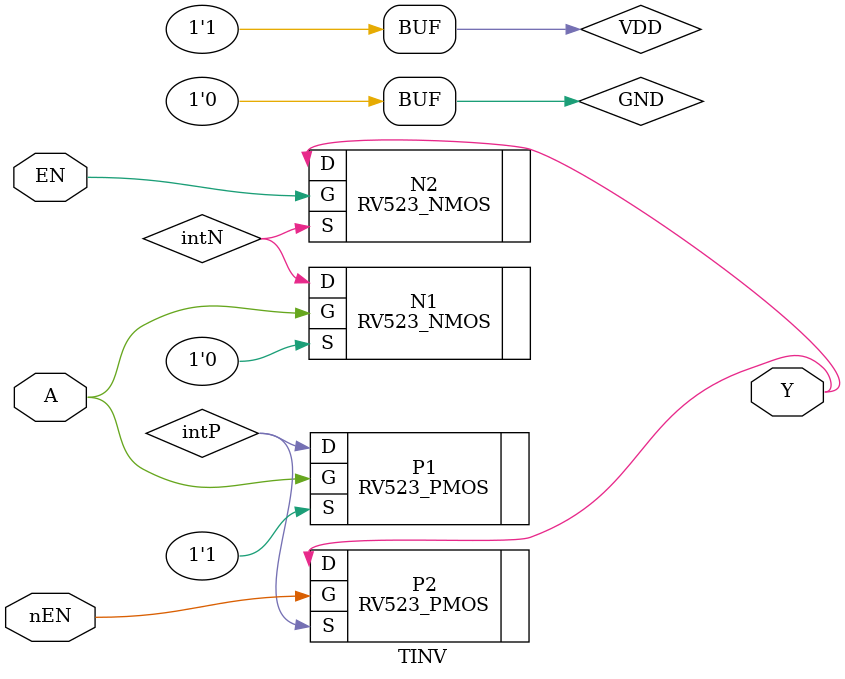
<source format=v>
module TINV(
    output Y,
    input  A,
    input  EN,
    input  nEN
);
    supply1 VDD;
    supply0 GND;
    wire intN, intP;
    RV523_NMOS N1(
        .S(GND),
        .G(A),
        .D(intN),
    );
    RV523_NMOS N2(
        .S(intN),
        .G(EN),
        .D(Y),
    );
    RV523_PMOS P1(
        .S(VDD),
        .G(A),
        .D(intP),
    );
    RV523_PMOS P2(
        .S(intP),
        .G(nEN),
        .D(Y),
    );
endmodule

</source>
